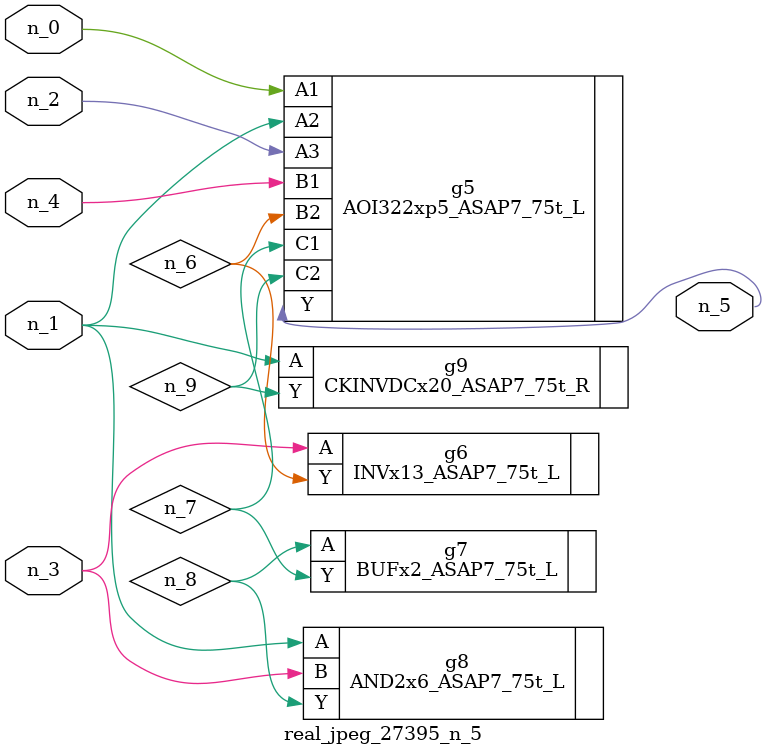
<source format=v>
module real_jpeg_27395_n_5 (n_4, n_0, n_1, n_2, n_3, n_5);

input n_4;
input n_0;
input n_1;
input n_2;
input n_3;

output n_5;

wire n_8;
wire n_6;
wire n_7;
wire n_9;

AOI322xp5_ASAP7_75t_L g5 ( 
.A1(n_0),
.A2(n_1),
.A3(n_2),
.B1(n_4),
.B2(n_6),
.C1(n_7),
.C2(n_9),
.Y(n_5)
);

AND2x6_ASAP7_75t_L g8 ( 
.A(n_1),
.B(n_3),
.Y(n_8)
);

CKINVDCx20_ASAP7_75t_R g9 ( 
.A(n_1),
.Y(n_9)
);

INVx13_ASAP7_75t_L g6 ( 
.A(n_3),
.Y(n_6)
);

BUFx2_ASAP7_75t_L g7 ( 
.A(n_8),
.Y(n_7)
);


endmodule
</source>
